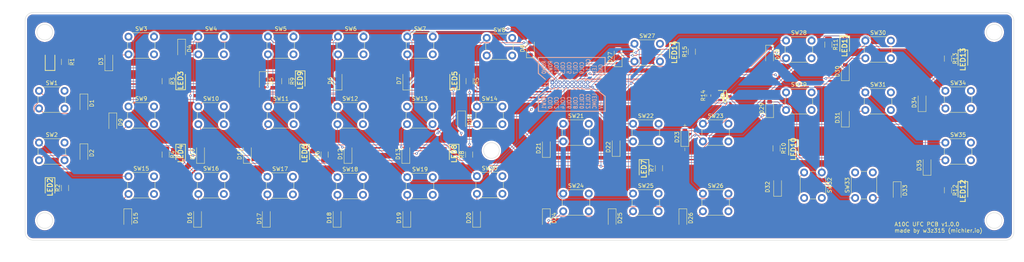
<source format=kicad_pcb>
(kicad_pcb (version 20240108) (generator "pcbnew") (generator_version "8.0")
  (layers (0 "F.Cu" signal "Front") (31 "B.Cu" signal "Back") (34 "B.Paste" user) (35 "F.Paste" user) (36 "B.SilkS" user "B.Silkscreen") (37 "F.SilkS" user "F.Silkscreen") (38 "B.Mask" user) (39 "F.Mask" user) (44 "Edge.Cuts" user))
  (net 0 "")
  (net 1 "Net-(D1-A)")
  (net 2 "Net-(D2-A)")
  (net 3 "Net-(D3-A)")
  (net 4 "Net-(D4-A)")
  (net 5 "Net-(D5-A)")
  (net 6 "Net-(D6-A)")
  (net 7 "Net-(D7-A)")
  (net 8 "Net-(D8-A)")
  (net 9 "Net-(D9-A)")
  (net 10 "Net-(D10-A)")
  (net 11 "Net-(D11-A)")
  (net 12 "Net-(D12-A)")
  (net 13 "Net-(D13-A)")
  (net 14 "Net-(D14-A)")
  (net 15 "Net-(D15-A)")
  (net 16 "Net-(D16-A)")
  (net 17 "Net-(D17-A)")
  (net 18 "Net-(D18-A)")
  (net 19 "Net-(D19-A)")
  (net 20 "Net-(D20-A)")
  (net 21 "Net-(D21-A)")
  (net 22 "Net-(D22-A)")
  (net 23 "Net-(D23-A)")
  (net 24 "Net-(D24-A)")
  (net 25 "Net-(D25-A)")
  (net 26 "Net-(D26-A)")
  (net 27 "Net-(D27-A)")
  (net 28 "Net-(D28-A)")
  (net 29 "Net-(D29-A)")
  (net 30 "Net-(D30-A)")
  (net 31 "Net-(D31-A)")
  (net 32 "Net-(D32-A)")
  (net 33 "Net-(D33-A)")
  (net 34 "Net-(D34-A)")
  (net 35 "Net-(D35-A)")
  (net 36 "Net-(LED14-A)")
  (net 37 "GND")
  (net 38 "Net-(LED1-A)")
  (net 39 "ROW0")
  (net 40 "ROW1")
  (net 41 "ROW2")
  (net 42 "COL0")
  (net 43 "COL1")
  (net 44 "COL2")
  (net 45 "COL3")
  (net 46 "COL4")
  (net 47 "COL5")
  (net 48 "COL6")
  (net 49 "COL7")
  (net 50 "COL8")
  (net 51 "COL9")
  (net 52 "COL10")
  (net 53 "COL11")
  (net 54 "COL12")
  (net 55 "Net-(LED2-A)")
  (net 56 "Net-(LED3-A)")
  (net 57 "Net-(LED4-A)")
  (net 58 "Net-(LED5-A)")
  (net 59 "Net-(LED6-A)")
  (net 60 "Net-(LED7-A)")
  (net 61 "Net-(LED8-A)")
  (net 62 "Net-(LED9-A)")
  (net 63 "Net-(LED10-A)")
  (net 64 "Net-(LED11-A)")
  (net 65 "Net-(LED12-A)")
  (net 66 "Net-(LED13-A)")
  (net 67 "5V")
  (net 68 "Net-(LED1-K)")
  (net 69 "Net-(Q1-B)")
  (net 70 "LED")
  (net 71 "LED_MC")
  (footprint "Diode_SMD:D_SOD-123" (layer "F.Cu") (at 155.448 72.181 -90)
    (property "Reference" "D24")
    (property "Value" "D_Small")
  )
  (footprint "Custom_Footprint_Switches:SW_PUSH_6mm_H4.3mm_INT_CONNECTED" (layer "F.Cu") (at 159.75 48.15)
    (property "Reference" "SW21")
    (property "Value" "SW_Push_45deg")
  )
  (footprint "Resistor_SMD:R_1206_3216Metric" (layer "F.Cu") (at 58.42 37.28 -90)
    (property "Reference" "R3")
    (property "Value" "270")
  )
  (footprint "Diode_SMD:D_SOD-123" (layer "F.Cu") (at 79.248 55.88 90)
    (property "Reference" "D11")
    (property "Value" "D_Small")
  )
  (footprint "Diode_SMD:D_SOD-123" (layer "F.Cu") (at 133.858 47.244 -90)
    (property "Reference" "D14")
    (property "Value" "D_Small")
  )
  (footprint "Custom_Footprint_Switches:SW_PUSH_6mm_H4.3mm_INT_CONNECTED" (layer "F.Cu") (at 120 61.75)
    (property "Reference" "SW19")
    (property "Value" "SW_Push_45deg")
  )
  (footprint "MOUSER:LEDC3216X120N" (layer "F.Cu") (at 28.956 32.153 90)
    (property "Reference" "LED1" (hide yes))
    (property "Value" "HSMG-C150" (hide yes))
  )
  (footprint "Custom_Footprint_Switches:SW_PUSH_6mm_H4.3mm_INT_CONNECTED" (layer "F.Cu") (at 195.35 48.15)
    (property "Reference" "SW23")
    (property "Value" "SW_Push_45deg")
  )
  (footprint "Diode_SMD:D_SOD-123" (layer "F.Cu") (at 62.484 28.956 -90)
    (property "Reference" "D4")
    (property "Value" "D_Small")
  )
  (footprint "Custom_Footprint_Switches:SW_PUSH_6mm_H4.3mm_INT_CONNECTED" (layer "F.Cu") (at 26.15 39.75)
    (property "Reference" "SW1")
    (property "Value" "SW_Push_45deg")
  )
  (footprint "Custom_Footprint_Switches:SW_PUSH_6mm_H4.3mm_INT_CONNECTED" (layer "F.Cu") (at 102.21 61.75)
    (property "Reference" "SW18")
    (property "Value" "SW_Push_45deg")
  )
  (footprint "Resistor_SMD:R_1206_3216Metric" (layer "F.Cu") (at 257.81 65.08 -90)
    (property "Reference" "R12")
    (property "Value" "270")
  )
  (footprint "Custom_Footprint_Switches:SW_PUSH_6mm_H4.3mm_INT_CONNECTED" (layer "F.Cu") (at 177.55 48.15)
    (property "Reference" "SW22")
    (property "Value" "SW_Push_45deg")
  )
  (footprint "Diode_SMD:D_SOD-123" (layer "F.Cu") (at 83.312 37.21 -90)
    (property "Reference" "D5")
    (property "Value" "D_Small")
  )
  (footprint "Diode_SMD:D_SOD-123" (layer "F.Cu") (at 231.648 46.608 90)
    (property "Reference" "D31")
    (property "Value" "D_Small")
  )
  (footprint "Diode_SMD:D_SOD-123" (layer "F.Cu") (at 190.754 51.562 90)
    (property "Reference" "D23")
    (property "Value" "D_Small")
  )
  (footprint "Diode_SMD:D_SOD-123" (layer "F.Cu") (at 119.888 72.136 90)
    (property "Reference" "D19")
    (property "Value" "D_Small")
  )
  (footprint "Diode_SMD:D_SOD-123" (layer "F.Cu") (at 67.31 55.88 90)
    (property "Reference" "D10")
    (property "Value" "D_Small")
  )
  (footprint "Diode_SMD:D_SOD-123" (layer "F.Cu") (at 212.344 30.48 -90)
    (property "Reference" "D28")
    (property "Value" "D_Small")
  )
  (footprint "Custom_Footprint_Switches:SW_PUSH_6mm_H4.3mm_INT_CONNECTED" (layer "F.Cu") (at 48.95 25.95)
    (property "Reference" "SW3")
    (property "Value" "SW_Push_45deg")
  )
  (footprint "MOUSER:LEDC3216X120N" (layer "F.Cu") (at 62.23 55.775 -90)
    (property "Reference" "LED4")
    (property "Value" "HSMG-C150" (hide yes))
  )
  (footprint "MOUSER:LEDC3216X120N" (layer "F.Cu") (at 28.956 64.296 -90)
    (property "Reference" "LED2")
    (property "Value" "HSMG-C150" (hide yes))
  )
  (footprint "Diode_SMD:D_SOD-123" (layer "F.Cu") (at 48.768 72.181 -90)
    (property "Reference" "D15")
    (property "Value" "D_Small")
  )
  (footprint "Custom_Footprint_Switches:SW_PUSH_6mm_H4.3mm_INT_CONNECTED" (layer "F.Cu") (at 66.75 43.75)
    (property "Reference" "SW10")
    (property "Value" "SW_Push_45deg")
  )
  (footprint "Custom_Footprint_Switches:SW_PUSH_6mm_H4.3mm_INT_CONNECTED" (layer "F.Cu") (at 177.904 27.758)
    (property "Reference" "SW27")
    (property "Value" "SW_Push_45deg")
  )
  (footprint "Resistor_SMD:R_1206_3216Metric" (layer "F.Cu") (at 192.532 29.7795 90)
    (property "Reference" "R15")
    (property "Value" "300")
  )
  (footprint "Custom_Footprint_Switches:SW_PUSH_6mm_H4.3mm_INT_CONNECTED" (layer "F.Cu") (at 159.75 65.95)
    (property "Reference" "SW24")
    (property "Value" "SW_Push_45deg")
  )
  (footprint "Custom_Footprint_Switches:SW_PUSH_6mm_H4.3mm_INT_CONNECTED" (layer "F.Cu") (at 48.95 61.55)
    (property "Reference" "SW15")
    (property "Value" "SW_Push_45deg")
  )
  (footprint "Custom_Footprint_Switches:SW_PUSH_6mm_H4.3mm_INT_CONNECTED" (layer "F.Cu") (at 66.75 61.55)
    (property "Reference" "SW16")
    (property "Value" "SW_Push_45deg")
  )
  (footprint "Custom_Footprint_Switches:SW_PUSH_6mm_H4.3mm_INT_CONNECTED" (layer "F.Cu") (at 236.75 26.95)
    (property "Reference" "SW30")
    (property "Value" "SW_Push_45deg")
  )
  (footprint "Diode_SMD:D_SOD-123" (layer "F.Cu") (at 137.668 72.136 90)
    (property "Reference" "D20")
    (property "Value" "D_Small")
  )
  (footprint "Diode_SMD:D_SOD-123" (layer "F.Cu") (at 119.888 37.165 90)
    (property "Reference" "D7")
    (property "Value" "D_Small")
  )
  (footprint "MOUSER:LEDC3216X120N" (layer "F.Cu") (at 261.62 65.3 -90)
    (property "Reference" "LED12")
    (property "Value" "HSMG-C150" (hide yes))
  )
  (footprint "Diode_SMD:D_SOD-123" (layer "F.Cu") (at 102.108 72.136 90)
    (property "Reference" "D18")
    (property "Value" "D_Small")
  )
  (footprint "Diode_SMD:D_SOD-123" (layer "F.Cu") (at 252.476 58.928 90)
    (property "Reference" "D35")
    (property "Value" "D_Small")
  )
  (footprint "Resistor_SMD:R_1206_3216Metric" (layer "F.Cu") (at 58.42 55.995 -90)
    (property "Reference" "R4")
    (property "Value" "270")
  )
  (footprint "Diode_SMD:D_SOD-123" (layer "F.Cu") (at 244.856 65.278 -90)
    (property "Reference" "D33")
    (property "Value" "D_Small")
  )
  (footprint "Custom_Footprint_Switches:SW_PUSH_6mm_H4.3mm_INT_CONNECTED" (layer "F.Cu") (at 84.55 43.75)
    (property "Reference" "SW11")
    (property "Value" "SW_Push_45deg")
  )
  (footprint "Custom_Footprint_Switches:SW_PUSH_6mm_H4.3mm_INT_CONNECTED" (layer "F.Cu") (at 120 25.95)
    (property "Reference" "SW7")
    (property "Value" "SW_Push_45deg")
  )
  (footprint "Diode_SMD:D_SOD-123" (layer "F.Cu") (at 190.246 72.181 -90)
    (property "Reference" "D26")
    (property "Value" "D_Small")
  )
  (footprint "Diode_SMD:D_SOD-123" (layer "F.Cu") (at 173.736 31.242 90)
    (property "Reference" "D27")
    (property "Value" "D_Small")
  )
  (footprint "Diode_SMD:D_SOD-123" (layer "F.Cu") (at 37.592 55.626 -90)
    (property "Reference" "D2")
    (property "Value" "D_Small")
  )
  (footprint "MOUSER:SOT96P237X111-3N" (layer "F.Cu") (at 200.984 41.148)
    (property "Reference" "Q1")
    (property "Value" "BC817-25LT1G" (hide yes))
  )
  (footprint "Custom_Footprint_Switches:SW_PUSH_6mm_H4.3mm_INT_CONNECTED" (layer "F.Cu") (at 177.55 65.95)
    (property "Reference" "SW25")
    (property "Value" "SW_Push_45deg")
  )
  (footprint "Custom_Footprint_Switches:SW_PUSH_6mm_H4.3mm_INT_CONNECTED" (layer "F.Cu") (at 48.95 43.75)
    (property "Reference" "SW9")
    (property "Value" "SW_Push_45deg")
  )
  (footprint "Diode_SMD:D_SOD-123" (layer "F.Cu") (at 212.344 44.196 90)
    (property "Reference" "D29")
    (property "Value" "D_Small")
  )
  (footprint "MOUSER:LEDC3216X120N" (layer "F.Cu") (at 188.087 29.9065 -90)
    (property "Reference" "LED14")
    (property "Value" "HSMY-C150" (hide yes))
  )
  (footprint "Custom_Footprint_Switches:SW_PUSH_6mm_H4.3mm_INT_CONNECTED" (layer "F.Cu") (at 119.95 43.75)
    (property "Reference" "SW13")
    (property "Value" "SW_Push_45deg")
  )
  (footprint "Resistor_SMD:R_1206_3216Metric" (layer "F.Cu") (at 214.122 54.4175 -90)
    (property "Reference" "R10")
    (property "Value" "270")
  )
  (footprint "Custom_Footprint_Switches:SW_PUSH_6mm_H4.3mm_INT_CONNECTED" (layer "F.Cu") (at 66.75 25.95)
    (property "Reference" "SW4")
    (property "Value" "SW_Push_45deg")
  )
  (footprint "Custom_Footprint_Switches:SW_PUSH_6mm_H4.3mm_INT_CONNECTED" (layer "F.Cu") (at 216.55 26.95)
    (property "Reference" "SW28")
    (property "Value" "SW_Push_45deg")
  )
  (footprint "Diode_SMD:D_SOD-123" (layer "F.Cu") (at 102.362 37.165 90)
    (property "Reference" "D6")
    (property "Value" "D_Small")
  )
  (footprint "Resistor_SMD:R_1206_3216Metric" (layer "F.Cu") (at 184.15 59.47 90)
    (property "Reference" "R7")
    (property "Value" "270")
  )
  (footprint "Custom_Footprint_Switches:SW_PUSH_6mm_H4.3mm_INT_CONNECTED" (layer "F.Cu") (at 195.35 65.95)
    (property "Reference" "SW26")
    (property "Value" "SW_Push_45deg")
  )
  (footprint "MOUSER:LEDC3216X120N" (layer "F.Cu") (at 132.08 37.06 90)
    (property "Reference" "LED5")
    (property "Value" "HSMG-C150" (hide yes))
  )
  (footprint "Diode_SMD:D_SOD-123" (layer "F.Cu") (at 214.376 64.262 90)
    (property "Reference" "D32")
    (property "Value" "D_Small")
  )
  (footprint "Diode_SMD:D_SOD-123" (layer "F.Cu") (at 43.942 32.258 90)
    (property "Reference" "D3")
    (property "Value" "D_Small")
  )
  (footprint "Custom_Footprint_Switches:SW_PUSH_6mm_H4.3mm_INT_CONNECTED" (layer "F.Cu") (at 257.15 52.95)
    (property "Reference" "SW35")
    (property "Value" "SW_Push_45deg")
  )
  (footprint "Diode_SMD:D_SOD-123" (layer "F.Cu") (at 84.074 72.136 90)
    (property "Reference" "D17")
    (property "Value" "D_Small")
  )
  (footprint "Diode_SMD:D_SOD-123" (layer "F.Cu") (at 231.648 34.798 90)
    (property "Reference" "D30")
    (property "Value" "D_Small")
  )
  (footprint "Resistor_SMD:R_1206_3216Metric" (layer "F.Cu") (at 227.33 27.9775 -90)
    (property "Reference" "R11")
    (property "Value" "270")
  )
  (footprint "Diode_SMD:D_SOD-123" (layer "F.Cu") (at 173.228 54.102 90)
    (property "Reference" "D22")
    (property "Value" "D_Small")
  )
  (footprint "MOUSER:LEDC3216X120N" (layer "F.Cu") (at 131.95 55.775 -90)
    (property "Reference" "LED8")
    (property "Value" "HSMG-C150" (hide yes))
  )
  (footprint "Custom_Footprint_Switches:SW_PUSH_6mm_H4.3mm_INT_CONNECTED" (layer "F.Cu") (at 257.15 39.75)
    (property "Reference" "SW34")
    (property "Value" "SW_Push_45deg")
  )
  (footprint "Custom_Footprint_Switches:SW_PUSH_6mm_H4.3mm_INT_CONNECTED" (layer "F.Cu") (at 102.35 25.95)
    (property "Reference" "SW6")
    (property "Value" "SW_Push_45deg")
  )
  (footprint "Diode_SMD:D_SOD-123" (layer "F.Cu") (at 37.592 42.926 -90)
    (property "Reference" "D1")
    (property "Value" "D_Small")
  )
  (footprint "MOUSER:LEDC3216X120N" (layer "F.Cu") (at 261.62 31.75 -90)
    (property "Reference" "LED13")
    (property "Value" "HSMG-C150" (hide yes))
  )
  (footprint "Custom_Footprint_Switches:SW_PUSH_6mm_H4.3mm_INT_CONNECTED" (layer "F.Cu") (at 216.55 40.15)
    (property "Reference" "SW29")
    (property "Value" "SW_Push_45deg")
  )
  (footprint "MOUSER:LEDC3216X120N" (layer "F.Cu") (at 92.71 37.06 -90)
    (property "Reference" "LED9")
    (property "Value" "HSMG-C150" (hide yes))
  )
  (footprint "Diode_SMD:D_SOD-123" (layer "F.Cu") (at 251.206 42.672 90)
    (property "Reference" "D34")
    (property "Value" "D_Small")
  )
  (footprint "MOUSER:LEDC3216X120N" (layer "F.Cu") (at 62.23 37.06 90)
    (property "Reference" "LED3")
    (property "Value" "HSMG-C150" (hide yes))
  )
  (footprint "Custom_Footprint_Switches:SW_PUSH_6mm_H4.3mm_INT_CONNECTED" (layer "F.Cu") (at 140.25 26.25)
    (property "Reference" "SW8")
    (property "Value" "SW_Push_45deg")
  )
  (footprint "Diode_SMD:D_SOD-123" (layer "F.Cu") (at 66.548 72.136 90)
    (property "Reference" "D16")
    (property "Value" "D_Small")
  )
  (footprint "Resistor_SMD:R_1206_3216Metric" (layer "F.Cu") (at 135.89 37.28 -90)
    (property "Reference" "R5")
    (property "Value" "270")
  )
  (footprint "Custom_Footprint_Switches:SW_PUSH_6mm_H4.3mm_INT_CONNECTED" (layer "F.Cu") (at 102.21 43.75)
    (property "Reference" "SW12")
    (property "Value" "SW_Push_45deg")
  )
  (footprint "Resistor_SMD:R_1206_3216Metric" (layer "F.Cu") (at 88.9 37.28 -90)
    (property "Reference" "R9")
    (property "Value" "270")
  )
  (footprint "Custom_Footprint_Switches:SW_PUSH_6mm_H4.3mm_INT_CONNECTED" (layer "F.Cu") (at 236.75 40.15)
    (property "Reference" "SW31")
    (property "Value" "SW_Push_45deg")
  )
  (footprint "Custom_Footprint_Switches:SW_PUSH_6mm_H4.3mm_INT_CONNECTED" (layer "F.Cu") (at 26.15 52.95)
    (property "Reference" "SW2")
    (property "Value" "SW_Push_45deg")
  )
  (footprint "Diode_SMD:D_SOD-123" (layer "F.Cu") (at 155.448 54.356 90)
    (property "Reference" "D21")
    (property "Value" "D_Small")
  )
  (footprint "Custom_Footprint_Switches:SW_PUSH_6mm_H4.3mm_INT_CONNECTED" (layer "F.Cu") (at 137.75 43.75)
    (property "Reference" "SW14")
    (property "Value" "SW_Push_45deg")
  )
  (footprint "Resistor_SMD:R_0603_1608Metric" (layer "F.Cu") (at 196.85 40.957 90)
    (property "Reference" "R14")
    (property "Value" "3300")
  )
  (footprint "Resistor_SMD:R_1206_3216Metric" (layer "F.Cu") (at 32.766 64.516 90)
    (property "Reference" "R2")
    (property "Value" "270")
  )
  (footprint "Custom_Footprint_Switches:SW_PUSH_6mm_H4.3mm_INT_CONNECTED" (layer "F.Cu") (at 84.5 25.95)
    (property "Reference" "SW5")
    (property "Value" "SW_Push_45deg")
  )
  (footprint "MOUSER:LEDC3216X120N" (layer "F.Cu") (at 180.34 59.69 -90)
    (property "Reference" "LED7")
    (property "Value" "HSMG-C150" (hide yes))
  )
  (footprint "Diode_SMD:D_SOD-123" (layer "F.Cu") (at 172.212 72.181 -90)
    (property "Reference" "D25")
    (property "Value" "D_Small")
  )
  (footprint "Custom_Footprint_Switches:SW_PUSH_6mm_H4.3mm_INT_CONNECTED" (layer "F.Cu") (at 225.65 60.55 -90)
    (property "Reference" "SW32")
    (property "Value" "SW_Push_45deg")
  )
  (footprint "MOUSER:LEDC3216X120N" (layer "F.Cu") (at 218.44 54.61 -90)
    (property "Reference" "LED10")
    (property "Value" "HSMG-C150" (hide yes))
  )
  (footprint "Custom_Footprint_Switches:SW_PUSH_6mm_H4.3mm_INT_CONNECTED" (layer "F.Cu") (at 137.75 61.5)
    (property "Reference" "SW20")
    (property "Value" "SW_Push_45deg")
  )
  (footprint "MOUSER:LEDC3216X120N" (layer "F.Cu") (at 231.473 28.17 -90)
    (property "Reference" "LED11")
    (property "Value" "HSMG-C150" (hide yes))
  )
  (footprint "Resistor_SMD:R_1206_3216Metric" (layer "F.Cu") (at 257.81 31.53 -90)
    (property "Reference" "R13")
    (property "Value" "270")
  )
  (footprint "Diode_SMD:D_SOD-123" (layer "F.Cu") (at 44.958 47.752 -90)
    (property "Reference" "D9")
    (property "Value" "D_Small")
  )
  (footprint "MOUSER:LEDC3216X120N" (layer "F.Cu") (at 93.85 55.775 -90)
    (property "Reference" "LED6")
    (property "Value" "HSMG-C150" (hide yes))
  )
  (footprint "Diode_SMD:D_SOD-123" (layer "F.Cu") (at 151.384 28.956 90)
    (property "Reference" "D8")
    (property "Value" "D_Small")
  )
  (footprint "Diode_SMD:D_SOD-123" (layer "F.Cu") (at 104.902 55.88 90)
    (property "Reference" "D12")
    (property "Value" "D_Small")
  )
  (footprint "Custom_Footprint_Switches:SW_PUSH_6mm_H4.3mm_INT_CONNECTED" (layer "F.Cu") (at 234.15 67.05 90)
    (property "Reference" "SW33")
    (property "Value" "SW_Push_45deg")
  )
  (footprint "Diode_SMD:D_SOD-123" (layer "F.Cu") (at 119.634 55.88 90)
    (property "Reference" "D13")
    (property "Value" "D_Small")
  )
  (footprint "Custom_Footprint_Switches:SW_PUSH_6mm_H4.3mm_INT_CONNECTED" (layer "F.Cu") (at 84.35 61.65)
    (property "Reference" "SW17")
    (property "Value" "SW_Push_45deg")
  )
  (footprint "Resistor_SMD:R_1206_3216Metric" (layer "F.Cu") (at 32.766 32.373 -90)
    (property "Reference" "R1")
    (property "Value" "270")
  )
  (footprint "Resistor_SMD:R_1206_3216Metric" (layer "F.Cu") (at 98.93 55.995 90)
    (property "Reference" "R6")
    (property "Value" "270")
  )
  (footprint "Resistor_SMD:R_1206_3216Metric" (layer "F.Cu") (at 135.76 55.995 90)
    (property "Reference" "R8")
    (property "Value" "270")
  )
  (footprint "Connector_PinHeader_1.00mm:PinHeader_2x10_P1.00mm_Vertical" (layer "B.Cu") (at 156.972 37.592 -90)
    (property "Reference" "J1")
    (property "Value" "Conn_01x20_Socket")
  )
  (gr_line (start 170.434 31.242) (end 170.434 35.306) (stroke (width 0.254)) (layer "B.SilkS"))
  (gr_line (start 153.416 41.148) (end 153.416 44.958) (stroke (width 0.254)) (layer "B.SilkS"))
  (gr_line (start 153.416 31.242) (end 170.434 31.242) (stroke (width 0.254)) (layer "B.SilkS"))
  (gr_line (start 170.434 41.148) (end 168.148 39.37) (stroke (width 0.254)) (layer "B.SilkS"))
  (gr_line (start 153.416 35.306) (end 155.194 36.83) (stroke (width 0.254)) (layer "B.SilkS"))
  (gr_line (start 170.434 35.306) (end 167.894 36.83) (stroke (width 0.254)) (layer "B.SilkS"))
  (gr_line (start 170.434 44.958) (end 170.434 41.148) (stroke (width 0.254)) (layer "B.SilkS"))
  (gr_line (start 153.416 35.306) (end 153.416 31.242) (stroke (width 0.254)) (layer "B.SilkS"))
  (gr_line (start 153.416 44.958) (end 170.434 44.958) (stroke (width 0.254)) (layer "B.SilkS"))
  (gr_line (start 153.416 41.148) (end 155.194 39.878) (stroke (width 0.254)) (layer "B.SilkS"))
  (gr_circle (center 269.6 72.8) (end 268 71.6) (stroke (width 0.1)) (fill none) (layer "Edge.Cuts"))
  (gr_circle (center 27.6 24.8) (end 26 23.6) (stroke (width 0.1)) (fill none) (layer "Edge.Cuts"))
  (gr_arc (start 22.6 21.8) (mid 23.185786 20.385786) (end 24.6 19.8) (stroke (width 0.1)) (layer "Edge.Cuts"))
  (gr_circle (center 141.45 54.95) (end 139.85 53.75) (stroke (width 0.1)) (fill none) (layer "Edge.Cuts"))
  (gr_line (start 22.6 21.8) (end 22.6 75.799999) (stroke (width 0.1)) (layer "Edge.Cuts"))
  (gr_arc (start 272.6 19.8) (mid 274.014214 20.385786) (end 274.6 21.8) (stroke (width 0.1)) (layer "Edge.Cuts"))
  (gr_line (start 272.6 19.8) (end 24.6 19.8) (stroke (width 0.1)) (layer "Edge.Cuts"))
  (gr_arc (start 274.6 75.8) (mid 274.014214 77.214214) (end 272.6 77.8) (stroke (width 0.1)) (layer "Edge.Cuts"))
  (gr_line (start 24.6 77.799999) (end 272.6 77.8) (stroke (width 0.1)) (layer "Edge.Cuts"))
  (gr_line (start 274.6 75.8) (end 274.6 21.8) (stroke (width 0.1)) (layer "Edge.Cuts"))
  (gr_circle (center 27.6 72.8) (end 26 71.6) (stroke (width 0.1)) (fill none) (layer "Edge.Cuts"))
  (gr_circle (center 269.6 24.8) (end 268 23.6) (stroke (width 0.1)) (fill none) (layer "Edge.Cuts"))
  (gr_arc (start 24.6 77.799999) (mid 23.185787 77.214213) (end 22.6 75.799999) (stroke (width 0.1)) (layer "Edge.Cuts"))
  (gr_text "ROW1\nCOL0\nCOL2\nCOL4\nCOL6\nCOL8\nCOL10\nCOL12\nLEDMC\n5V" (at 169.926 44.45 90) (layer "B.SilkS") (effects (font (size 1 0.8128) (thickness 0.1524) (bold yes)) (justify right bottom mirror)))
  (gr_text "ROW0\nROW2\nCOL1\nCOL3\nCOL5\nCOL7\nCOL9\nCOL11\nLED\nGND" (at 169.926 35.56 90) (layer "B.SilkS") (effects (font (size 1 0.8128) (thickness 0.1524) (bold yes)) (justify right bottom mirror)))
  (gr_text "A10C UFC PCB v1.0.0\nmade by w3z315 (michler.io)" (at 244.094 75.946 0) (layer "F.SilkS") (effects (font (size 1 1)) (justify left bottom)))
  (segment (start 37.592 44.576) (end 36.6964 45.4716) (width 0.127) (layer "F.Cu") (net 1))
  (segment (start 27.3716 45.4716) (end 26.15 44.25) (width 0.127) (layer "F.Cu") (net 1))
  (segment (start 36.6964 45.4716) (end 27.3716 45.4716) (width 0.127) (layer "F.Cu") (net 1))
  (segment (start 37.592 57.276) (end 36.554 56.238) (width 0.127) (layer "F.Cu") (net 2))
  (segment (start 36.554 56.238) (end 27.362 56.238) (width 0.127) (layer "F.Cu") (net 2))
  (segment (start 27.362 56.238) (end 26.15 57.45) (width 0.127) (layer "F.Cu") (net 2))
  (segment (start 43.942 30.608) (end 48.792 30.608) (width 0.127) (layer "F.Cu") (net 3))
  (segment (start 48.792 30.608) (end 48.95 30.45) (width 0.127) (layer "F.Cu") (net 3))
  (segment (start 62.484 30.606) (end 66.594 30.606) (width 0.127) (layer "F.Cu") (net 4))
  (segment (start 66.594 30.606) (end 66.75 30.45) (width 0.127) (layer "F.Cu") (net 4))
  (segment (start 83.312 38.86) (end 84.2425 38.86) (width 0.127) (layer "F.Cu") (net 5))
  (segment (start 84.2425 38.86) (end 84.3607 38.7418) (width 0.127) (layer "F.Cu") (net 5))
  (via (at 84.3607 38.7418) (size 0.6) (drill 0.3) (layers "F.Cu" "B.Cu") (net 5))
  (segment (start 84.3623 38.7418) (end 84.3607 38.7418) (width 0.127) (layer "B.Cu") (net 5))
  (segment (start 84.5 38.6041) (end 84.3623 38.7418) (width 0.127) (layer "B.Cu") (net 5))
  (segment (start 84.5 30.45) (end 84.5 38.6041) (width 0.127) (layer "B.Cu") (net 5))
  (segment (start 102.362 35.515) (end 102.35 35.503) (width 0.127) (layer "F.Cu") (net 6))
  (segment (start 102.35 35.503) (end 102.35 30.45) (width 0.127) (layer "F.Cu") (net 6))
  (segment (start 120 35.403) (end 120 30.45) (width 0.127) (layer "F.Cu") (net 7))
  (segment (start 119.888 35.515) (end 120 35.403) (width 0.127) (layer "F.Cu") (net 7))
  (segment (start 151.384 27.306) (end 150.19 28.5) (width 0.127) (layer "F.Cu") (net 8))
  (segment (start 142.5 28.5) (end 140.25 30.75) (width 0.127) (layer "F.Cu") (net 8))
  (segment (start 150.19 28.5) (end 142.5 28.5) (width 0.127) (layer "F.Cu") (net 8))
  (segment (start 44.958 49.402) (end 47.798 49.402) (width 0.127) (layer "F.Cu") (net 9))
  (segment (start 47.798 49.402) (end 48.95 48.25) (width 0.127) (layer "F.Cu") (net 9))
  (segment (start 67.31 48.81) (end 66.75 48.25) (width 0.127) (layer "F.Cu") (net 10))
  (segment (start 67.31 54.23) (end 67.31 48.81) (width 0.127) (layer "F.Cu") (net 10))
  (segment (start 84.55 48.928) (end 84.55 48.25) (width 0.127) (layer "F.Cu") (net 11))
  (segment (start 79.248 54.23) (end 84.55 48.928) (width 0.127) (layer "F.Cu") (net 11))
  (segment (start 104.902 54.23) (end 103.5774 54.23) (width 0.127) (layer "F.Cu") (net 12))
  (segment (start 103.5774 54.23) (end 103.4564 54.109) (width 0.127) (layer "F.Cu") (net 12))
  (via (at 103.4564 54.109) (size 0.6) (drill 0.3) (layers "F.Cu" "B.Cu") (net 12))
  (segment (start 103.4564 54.109) (end 102.21 52.8626) (width 0.127) (layer "B.Cu") (net 12))
  (segment (start 102.21 52.8626) (end 102.21 48.25) (width 0.127) (layer "B.Cu") (net 12))
  (segment (start 118.603 54.23) (end 118.4468 54.0738) (width 0.127) (layer "F.Cu") (net 13))
  (segment (start 119.634 54.23) (end 118.603 54.23) (width 0.127) (layer "F.Cu") (net 13))
  (via (at 118.4468 54.0738) (size 0.6) (drill 0.3) (layers "F.Cu" "B.Cu") (net 13))
  (segment (start 118.4468 54.0738) (end 118.4468 49.7532) (width 0.127) (layer "B.Cu") (net 13))
  (segment (start 118.4468 49.7532) (end 119.95 48.25) (width 0.127) (layer "B.Cu") (net 13))
  (segment (start 137.106 48.894) (end 137.75 48.25) (width 0.127) (layer "F.Cu") (net 14))
  (segment (start 133.858 48.894) (end 137.106 48.894) (width 0.127) (layer "F.Cu") (net 14))
  (segment (start 47.9368 72.9998) (end 47.9368 67.0632) (width 0.127) (layer "F.Cu") (net 15))
  (segment (start 48.768 73.831) (end 47.9368 72.9998) (width 0.127) (layer "F.Cu") (net 15))
  (segment (start 47.9368 67.0632) (end 48.95 66.05) (width 0.127) (layer "F.Cu") (net 15))
  (segment (start 66.75 70.284) (end 66.75 66.05) (width 0.127) (layer "F.Cu") (net 16))
  (segment (start 66.548 70.486) (end 66.75 70.284) (width 0.127) (layer "F.Cu") (net 16))
  (segment (start 84.074 70.486) (end 84.35 70.21) (width 0.127) (layer "F.Cu") (net 17))
  (segment (start 84.35 70.21) (end 84.35 66.15) (width 0.127) (layer "F.Cu") (net 17))
  (segment (start 102.21 70.384) (end 102.21 66.25) (width 0.127) (layer "F.Cu") (net 18))
  (segment (start 102.108 70.486) (end 102.21 70.384) (width 0.127) (layer "F.Cu") (net 18))
  (segment (start 120 70.374) (end 120 66.25) (width 0.127) (layer "F.Cu") (net 19))
  (segment (start 119.888 70.486) (end 120 70.374) (width 0.127) (layer "F.Cu") (net 19))
  (segment (start 137.75 70.404) (end 137.75 66) (width 0.127) (layer "F.Cu") (net 20))
  (segment (start 137.668 70.486) (end 137.75 70.404) (width 0.127) (layer "F.Cu") (net 20))
  (segment (start 155.448 52.706) (end 159.694 52.706) (width 0.127) (layer "F.Cu") (net 21))
  (segment (start 159.694 52.706) (end 159.75 52.65) (width 0.127) (layer "F.Cu") (net 21))
  (segment (start 173.228 52.452) (end 177.352 52.452) (width 0.127) (layer "F.Cu") (net 22))
  (segment (start 177.352 52.452) (end 177.55 52.65) (width 0.127) (layer "F.Cu") (net 22))
  (segment (start 195.35 52.4179) (end 192.8441 49.912) (width 0.127) (layer "F.Cu") (net 23))
  (segment (start 192.8441 49.912) (end 190.754 49.912) (width 0.127) (layer "F.Cu") (net 23))
  (segment (start 195.35 52.65) (end 195.35 52.4179) (width 0.127) (layer "F.Cu") (net 23))
  (segment (start 156.0379 73.2411) (end 156.0379 72.7926) (width 0.127) (layer "F.Cu") (net 24))
  (segment (start 155.448 73.831) (end 156.0379 73.2411) (width 0.127) (layer "F.Cu") (net 24))
  (via (at 156.0379 72.7926) (size 0.6) (drill 0.3) (layers "F.Cu" "B.Cu") (net 24))
  (segment (start 157.4074 72.7926) (end 159.75 70.45) (width 0.127) (layer "B.Cu") (net 24))
  (segment (start 156.0379 72.7926) (end 157.4074 72.7926) (width 0.127) (layer "B.Cu") (net 24))
  (segment (start 172.212 73.831) (end 174.169 73.831) (width 0.127) (layer "F.Cu") (net 25))
  (segment (start 174.169 73.831) (end 177.55 70.45) (width 0.127) (layer "F.Cu") (net 25))
  (segment (start 191.969 73.831) (end 195.35 70.45) (width 0.127) (layer "F.Cu") (net 26))
  (segment (start 190.246 73.831) (end 191.969 73.831) (width 0.127) (layer "F.Cu") (net 26))
  (segment (start 176.402 32.258) (end 177.904 32.258) (width 0.127) (layer "F.Cu") (net 27))
  (segment (start 173.736 29.592) (end 176.402 32.258) (width 0.127) (layer "F.Cu") (net 27))
  (segment (start 212.344 32.13) (end 215.87 32.13) (width 0.127) (layer "F.Cu") (net 28))
  (segment (start 215.87 32.13) (end 216.55 31.45) (width 0.127) (layer "F.Cu") (net 28))
  (segment (start 212.344 42.546) (end 214.446 42.546) (width 0.127) (layer "F.Cu") (net 29))
  (segment (start 214.446 42.546) (end 216.55 44.65) (width 0.127) (layer "F.Cu") (net 29))
  (segment (start 231.648 33.148) (end 233.346 31.45) (width 0.127) (layer "F.Cu") (net 30))
  (segment (start 233.346 31.45) (end 236.75 31.45) (width 0.127) (layer "F.Cu") (net 30))
  (segment (start 236.442 44.958) (end 236.75 44.65) (width 0.127) (layer "F.Cu") (net 31))
  (segment (start 231.648 44.958) (end 236.442 44.958) (width 0.127) (layer "F.Cu") (net 31))
  (segment (start 214.376 62.612) (end 219.088 62.612) (width 0.127) (layer "F.Cu") (net 32))
  (segment (start 219.088 62.612) (end 221.15 60.55) (width 0.127) (layer "F.Cu") (net 32))
  (segment (start 244.856 66.928) (end 238.772 66.928) (width 0.127) (layer "F.Cu") (net 33))
  (segment (start 238.772 66.928) (end 238.65 67.05) (width 0.127) (layer "F.Cu") (net 33))
  (segment (start 251.206 41.022) (end 253.922 41.022) (width 0.127) (layer "F.Cu") (net 34))
  (segment (start 253.922 41.022) (end 257.15 44.25) (width 0.127) (layer "F.Cu") (net 34))
  (segment (start 252.476 57.278) (end 256.978 57.278) (width 0.127) (layer "F.Cu") (net 35))
  (segment (start 256.978 57.278) (end 257.15 57.45) (width 0.127) (layer "F.Cu") (net 35))
  (segment (start 188.087 31.4065) (end 192.3675 31.4065) (width 0.127) (layer "F.Cu") (net 36))
  (segment (start 192.3675 31.4065) (end 192.532 31.242) (width 0.127) (layer "F.Cu") (net 36))
  (segment (start 188.087 29.1489) (end 179.1319 29.1489) (width 0.127) (layer "F.Cu") (net 37))
  (segment (start 165.972 37.592) (end 166.5894 37.592) (width 0.127) (layer "F.Cu") (net 37))
  (segment (start 166.7818 37.3996) (end 166.5894 37.592) (width 0.127) (layer "F.Cu") (net 37))
  (segment (start 199.0916 42.103) (end 198.8005 42.3941) (width 0.127) (layer "F.Cu") (net 37))
  (segment (start 182.2221 42.3941) (end 177.2276 37.3996) (width 0.127) (layer "F.Cu") (net 37))
  (segment (start 177.2276 37.3996) (end 166.7818 37.3996) (width 0.127) (layer "F.Cu") (net 37))
  (segment (start 198.8005 42.3941) (end 182.2221 42.3941) (width 0.127) (layer "F.Cu") (net 37))
  (segment (start 179.1319 29.1489) (end 178.2692 30.0116) (width 0.127) (layer "F.Cu") (net 37))
  (segment (start 188.087 28.4065) (end 188.087 29.1489) (width 0.127) (layer "F.Cu") (net 37))
  (segment (start 199.784 42.103) (end 199.0916 42.103) (width 0.127) (layer "F.Cu") (net 37))
  (via (at 178.2692 30.0116) (size 0.6) (drill 0.3) (layers "F.Cu" "B.Cu") (net 37))
  (segment (start 165.972 37.592) (end 166.5894 37.592) (width 0.127) (layer "B.Cu") (net 37))
  (segment (start 166.5894 37.592) (end 174.1698 30.0116) (width 0.127) (layer "B.Cu") (net 37))
  (segment (start 174.1698 30.0116) (end 178.2692 30.0116) (width 0.127) (layer "B.Cu") (net 37))
  (segment (start 28.956 30.653) (end 32.5085 30.653) (width 0.127) (layer "F.Cu") (net 38))
  (segment (start 32.5085 30.653) (end 32.766 30.9105) (width 0.127) (layer "F.Cu") (net 38))
  (segment (start 32.8699 36.5539) (end 30.1449 36.5539) (width 0.127) (layer "F.Cu") (net 39))
  (segment (start 149.2055 32.7845) (end 151.384 30.606) (width 0.127) (layer "F.Cu") (net 39))
  (segment (start 102.362 38.815) (end 119.888 38.815) (width 0.127) (layer "F.Cu") (net 39))
  (segment (start 75.058 27.306) (end 83.312 35.56) (width 0.127) (layer "F.Cu") (net 39))
  (segment (start 231.648 36.448) (end 226.8563 36.448) (width 0.127) (layer "F.Cu") (net 39))
  (segment (start 226.8563 36.448) (end 226.6863 36.618) (width 0.127) (layer "F.Cu") (net 39))
  (segment (start 30.1449 36.5539) (end 27.8886 34.2976) (width 0.127) (layer "F.Cu") (net 39))
  (segment (start 214.1532 29.885) (end 213.399 29.885) (width 0.127) (layer "F.Cu") (net 39))
  (segment (start 119.888 38.815) (end 125.9185 32.7845) (width 0.127) (layer "F.Cu") (net 39))
  (segment (start 98.356 34.809) (end 84.063 34.809) (width 0.127) (layer "F.Cu") (net 39))
  (segment (start 173.736 32.892) (end 174.3099 33.4659) (width 0.127) (layer "F.Cu") (net 39))
  (segment (start 62.484 27.306) (end 75.058 27.306) (width 0.127) (layer "F.Cu") (net 39))
  (segment (start 55.882 33.908) (end 43.942 33.908) (width 0.127) (layer "F.Cu") (net 39))
  (segment (start 62.484 27.306) (end 55.882 33.908) (width 0.127) (layer "F.Cu") (net 39))
  (segment (start 174.3099 33.4659) (end 207.7081 33.4659) (width 0.127) (layer "F.Cu") (net 39))
  (segment (start 157.2807 36.9746) (end 157.5167 36.7386) (width 0.127) (layer "F.Cu") (net 39))
  (segment (start 151.384 30.606) (end 157.5167 36.7386) (width 0.127) (layer "F.Cu") (net 39))
  (segment (start 207.7081 33.4659) (end 212.344 28.83) (width 0.127) (layer "F.Cu") (net 39))
  (segment (start 125.9185 32.7845) (end 149.2055 32.7845) (width 0.127) (layer "F.Cu") (net 39))
  (segment (start 37.592 41.276) (end 32.8699 36.5539) (width 0.127) (layer "F.Cu") (net 39))
  (segment (start 42.8112 32.7772) (end 43.942 33.908) (width 0.127) (layer "F.Cu") (net 39))
  (segment (start 102.362 38.815) (end 98.356 34.809) (width 0.127) (layer "F.Cu") (net 39))
  (segment (start 156.972 37.592) (end 156.972 36.9746) (width 0.127) (layer "F.Cu") (net 39))
  (segment (start 27.8886 34.2976) (end 27.8886 32.9727) (width 0.127) (layer "F.Cu") (net 39))
  (segment (start 157.5167 36.7386) (end 161.3633 32.892) (width 0.127) (layer "F.Cu") (net 39))
  (segment (start 27.8886 32.9727) (end 28.0841 32.7772) (width 0.127) (layer "F.Cu") (net 39))
  (segment (start 156.972 36.9746) (end 157.2807 36.9746) (width 0.127) (layer "F.Cu") (net 39))
  (segment (start 84.063 34.809) (end 83.312 35.56) (width 0.127) (layer "F.Cu") (net 39))
  (segment (start 213.399 29.885) (end 212.344 28.83) (width 0.127) (layer "F.Cu") (net 39))
  (segment (start 28.0841 32.7772) (end 42.8112 32.7772) (width 0.127) (layer "F.Cu") (net 39))
  (segment (start 161.3633 32.892) (end 173.736 32.892) (width 0.127) (layer "F.Cu") (net 39))
  (via (at 226.6863 36.618) (size 0.6) (drill 0.3) (layers "F.Cu" "B.Cu") (net 39))
  (via (at 214.1532 29.885) (size 0.6) (drill 0.3) (layers "F.Cu" "B.Cu") (net 39))
  (segment (start 214.1532 30.7633) (end 220.0079 36.618) (width 0.127) (layer "B.Cu") (net 39))
  (segment (start 220.0079 36.618) (end 226.6863 36.618) (width 0.127) (layer "B.Cu") (net 39))
  (segment (start 214.1532 29.885) (end 214.1532 30.7633) (width 0.127) (layer "B.Cu") (net 39))
  (segment (start 134.5585 46.2945) (end 149.8239 46.2945) (width 0.127) (layer "F.Cu") (net 40))
  (segment (start 44.958 46.61) (end 37.592 53.976) (width 0.127) (layer "F.Cu") (net 40))
  (segment (start 30.4901 59.5141) (end 27.8886 62.1156) (width 0.127) (layer "F.Cu") (net 40))
  (segment (start 79.9335 58.2155) (end 79.248 57.53) (width 0.127) (layer "F.Cu") (net 40))
  (segment (start 104.2165 58.2155) (end 79.9335 58.2155) (width 0.127) (layer "F.Cu") (net 40))
  (segment (start 133.858 45.594) (end 134.5585 46.2945) (width 0.127) (layer "F.Cu") (net 40))
  (segment (start 132.7181 45.594) (end 127.8285 50.4836) (width 0.127) (layer "F.Cu") (net 40))
  (segment (start 149.8239 46.2945) (end 149.8239 50.1279) (width 0.127) (layer "F.Cu") (net 40))
  (segment (start 38.3853 54.7693) (end 38.3853 57.6872) (width 0.127) (layer "F.Cu") (net 40))
  (segment (start 155.448 55.752) (end 173.228 55.752) (width 0.127) (layer "F.Cu") (net 40))
  (segment (start 155.448 55.752) (end 155.448 56.006) (width 0.127) (layer "F.Cu") (net 40))
  (segment (start 173.228 55.752) (end 188.214 55.752) (width 0.127) (layer "F.Cu") (net 40))
  (segment (start 190.754 53.212) (end 192.9064 51.0596) (width 0.127) (layer "F.Cu") (net 40))
  (segment (start 67.31 57.53) (end 79.248 57.53) (width 0.127) (layer "F.Cu") (net 40))
  (segment (start 188.214 55.752) (end 190.754 53.212) (width 0.127) (layer "F.Cu") (net 40))
  (segment (start 119.634 57.53) (end 121.4242 55.7398) (width 0.127) (layer "F.Cu") (net 40))
  (segment (start 37.592 53.976) (end 38.3853 54.7693) (width 0.127) (layer "F.Cu") (net 40))
  (segment (start 38.3853 57.6872) (end 36.5584 59.5141) (width 0.127) (layer "F.Cu") (net 40))
  (segment (start 212.1647 46.0253) (end 212.344 45.846) (width 0.127) (layer "F.Cu") (net 40))
  (segment (start 149.8239 50.1279) (end 155.448 55.752) (width 0.127) (layer "F.Cu") (net 40))
  (segment (start 214.756 48.258) (end 212.344 45.846) (width 0.127) (layer "F.Cu") (net 40))
  (segment (start 133.858 45.594) (end 132.7181 45.594) (width 0.127) (layer "F.Cu") (net 40))
  (segment (start 210.5872 46.0253) (end 212.1647 46.0253) (width 0.127) (layer "F.Cu") (net 40))
  (segment (start 44.958 46.102) (end 44.958 46.61) (width 0.127) (layer "F.Cu") (net 40))
  (segment (start 27.8886 62.1156) (end 27.8886 63.4553) (width 0.127) (layer "F.Cu") (net 40))
  (segment (start 61.0176 63.8224) (end 67.31 57.53) (width 0.127) (layer "F.Cu") (net 40))
  (segment (start 192.9064 51.0596) (end 193.2953 51.0596) (width 0.127) (layer "F.Cu") (net 40))
  (segment (start 27.8886 63.4553) (end 28.2557 63.8224) (width 0.127) (layer "F.Cu") (net 40))
  (segment (start 251.206 44.322) (end 247.27 48.258) (width 0.127) (layer "F.Cu") (net 40))
  (segment (start 247.27 48.258) (end 231.648 48.258) (width 0.127) (layer "F.Cu") (net 40))
  (segment (start 104.902 57.53) (end 104.2165 58.2155) (width 0.127) (layer "F.Cu") (net 40))
  (segment (start 104.902 57.53) (end 119.634 57.53) (width 0.127) (layer "F.Cu") (net 40))
  (segment (start 36.5584 59.5141) (end 30.4901 59.5141) (width 0.127) (layer "F.Cu") (net 40))
  (segment (start 28.2557 63.8224) (end 61.0176 63.8224) (width 0.127) (layer "F.Cu") (net 40))
  (segment (start 121.4242 55.7398) (end 122.3675 55.7398) (width 0.127) (layer "F.Cu") (net 40))
  (segment (start 231.648 48.258) (end 214.756 48.258) (width 0.127) (layer "F.Cu") (net 40))
  (segment (start 149.8239 46.2945) (end 151.6261 44.4923) (width 0.127) (layer "F.Cu") (net 40))
  (via (at 193.2953 51.0596) (size 0.6) (drill 0.3) (layers "F.Cu" "B.Cu") (net 40))
  (via (at 127.8285 50.4836) (size 0.6) (drill 0.3) (layers "F.Cu" "B.Cu") (net 40))
  (via (at 122.3675 55.7398) (size 0.6) (drill 0.3) (layers "F.Cu" "B.Cu") (net 40))
  (via (at 210.5872 46.0253) (size 0.6) (drill 0.3) (layers "F.Cu" "B.Cu") (net 40))
  (via (at 151.6261 44.4923) (size 0.6) (drill 0.3) (layers "F.Cu" "B.Cu") (net 40))
  (segment (start 156.909 39.2094) (end 156.972 39.2094) (width 0.127) (layer "B.Cu") (net 40))
  (segment (start 122.3675 55.7398) (end 127.6237 50.4836) (width 0.127) (layer "B.Cu") (net 40))
  (segment (start 151.6261 44.4923) (end 156.909 39.2094) (width 0.127) (layer "B.Cu") (net 40))
  (segment (start 205.5529 51.0596) (end 210.5872 46.0253) (width 0.127) (layer "B.Cu") (net 40))
  (segment (start 156.972 38.592) (end 156.972 39.2094) (width 0.127) (layer "B.Cu") (net 40))
  (segment (start 193.2953 51.0596) (end 205.5529 51.0596) (width 0.127) (layer "B.Cu") (net 40))
  (segment (start 127.6237 50.4836) (end 127.8285 50.4836) (width 0.127) (layer "B.Cu") (net 40))
  (segment (start 48.768 70.531) (end 63.293 70.531) (width 0.127) (layer "F.Cu") (net 41))
  (segment (start 213.1456 67.1424) (end 193.6346 67.1424) (width 0.127) (layer "F.Cu") (net 41))
  (segment (start 141.4177 70.531) (end 155.448 70.531) (width 0.127) (layer "F.Cu") (net 41))
  (segment (start 249.426 63.628) (end 252.476 60.578) (width 0.127) (layer "F.Cu") (net 41))
  (segment (start 172.212 70.531) (end 173.4854 69.2576) (width 0.127) (layer "F.Cu") (net 41))
  (segment (start 173.4854 69.2576) (end 188.9726 69.2576) (width 0.127) (layer "F.Cu") (net 41))
  (segment (start 171.0733 71.6697) (end 172.212 70.531) (width 0.127) (layer "F.Cu") (net 41))
  (segment (start 214.376 65.912) (end 213.1456 67.1424) (width 0.127) (layer "F.Cu") (net 41))
  (segment (start 244.856 63.628) (end 249.426 63.628) (width 0.127) (layer "F.Cu") (net 41))
  (segment (start 156.5867 71.6697) (end 171.0733 71.6697) (width 0.127) (layer "F.Cu") (net 41))
  (segment (start 188.9726 69.2576) (end 190.246 70.531) (width 0.127) (layer "F.Cu") (net 41))
  (segment (start 141.4177 70.531) (end 141.4177 59.2822) (width 0.127) (layer "F.Cu") (net 41))
  (segment (start 137.668 73.786) (end 138.1627 73.786) (width 0.127) (layer "F.Cu") (net 41))
  (segment (start 66.548 73.786) (end 84.074 73.786) (width 0.127) (layer "F.Cu") (net 41))
  (segment (start 138.1627 73.786) (end 141.4177 70.531) (width 0.127) (layer "F.Cu") (net 41))
  (segment (start 84.074 73.786) (end 102.108 73.786) (width 0.127) (layer "F.Cu") (net 41))
  (segment (start 216.66 63.628) (end 244.856 63.628) (width 0.127) (layer "F.Cu") (net 41))
  (segment (start 102.108 73.786) (end 119.888 73.786) (width 0.127) (layer "F.Cu") (net 41))
  (segment (start 63.293 70.531) (end 66.548 73.786) (width 0.127) (layer "F.Cu") (net 41))
  (segment (start 214.376 65.912) (end 216.66 63.628) (width 0.127) (layer "F.Cu") (net 41))
  (segment (start 155.448 70.531) (end 156.5867 71.6697) (width 0.127) (layer "F.Cu") (net 41))
  (segment (start 193.6346 67.1424) (end 190.246 70.531) (width 0.127) (layer "F.Cu") (net 41))
  (segment (start 119.888 73.786) (end 137.668 73.786) (width 0.127) (layer "F.Cu") (net 41))
  (via (at 141.4177 59.2822) (size 0.6) (drill 0.3) (layers "F.Cu" "B.Cu") (net 41))
  (segment (start 157.972 36.9746) (end 156.4591 36.9746) (width 0.127) (layer "B.Cu") (net 41))
  (segment (start 147.8932 45.5405) (end 147.8932 52.8067) (width 0.127) (layer "B.Cu") (net 41))
  (segment (start 147.8932 52.8067) (end 141.4177 59.2822) (width 0.127) (layer "B.Cu") (net 41))
  (segment (start 157.972 37.592) (end 157.972 36.9746) (width 0.127) (layer "B.Cu") (net 41))
  (segment (start 156.4591 36.9746) (end 147.8932 45.5405) (width 0.127) (layer "B.Cu") (net 41))
  (segment (start 24.9174 43.7629) (end 24.9174 51.7174) (width 0.127) (layer "F.Cu") (net 42))
  (segment (start 136.6985 37.9866) (end 135.0815 37.9866) (width 0.127) (layer "F.Cu") (net 42))
  (segment (start 135.0815 37.9866) (end 132.7525 40.3156) (width 0.127) (layer "F.Cu") (net 42))
  (segment (start 132.7525 40.3156) (end 68.6452 40.3156) (width 0.127) (layer "F.Cu") (net 42))
  (segment (start 157.972 38.592) (end 157.3255 39.2385) (width 0.127) (layer "F.Cu") (net 42))
  (segment (start 137.9504 39.2385) (end 136.6985 37.9866) (width 0.127) (layer "F.Cu") (net 42))
  (segment (start 24.9174 51.7174) (end 26.15 52.95) (width 0.127) (layer "F.Cu") (net 42))
  (segment (start 28.3645 41.9645) (end 27.5402 41.1401) (width 0.127) (layer "F.Cu") (net 42))
  (segment (start 27.5402 41.1401) (end 26.15 39.75) (width 0.127) (layer "F.Cu") (net 42))
  (segment (start 66.9963 41.9645) (end 28.3645 41.9645) (width 0.127) (layer "F.Cu") (net 42))
  (segment (start 27.5402 41.1401) (end 24.9174 43.7629) (width 0.127) (layer "F.Cu") (net 42))
  (segment (start 68.6452 40.3156) (end 66.9963 41.9645) (width 0.127) (layer "F.Cu") (net 42))
  (segment (start 157.3255 39.2385) (end 137.9504 39.2385) (width 0.127) (layer "F.Cu") (net 42))
  (segment (start 26.15 52.95) (end 34.75 61.55) (width 0.127) (layer "B.Cu") (net 42))
  (segment (start 34.75 61.55) (end 48.95 61.55) (width 0.127) (layer "B.Cu") (net 42))
  (segment (start 50.1918 42.5082) (end 48.95 43.75) (width 0.127) (layer "B.Cu") (net 43))
  (segment (start 145.071 27.9393) (end 149.3193 27.9393) (width 0.127) (layer "B.Cu") (net 43))
  (segment (start 48.95 25.95) (end 50.1408 27.1408) (width 0.127) (layer "B.Cu") (net 43))
  (segment (start 50.1918 27.1408) (end 52.5787 24.7539) (width 0.127) (layer "B.Cu") (net 43))
  (segment (start 149.3193 27.9393) (end 158.972 37.592) (width 0.127) (layer "B.Cu") (net 43))
  (segment (start 66.75 61.55) (end 48.95 43.75) (width 0.127) (layer "B.Cu") (net 43))
  (segment (start 141.8856 24.7539) (end 145.071 27.9393) (width 0.127) (layer "B.Cu") (net 43))
  (segment (start 50.1918 27.1408) (end 50.1918 42.5082) (width 0.127) (layer "B.Cu") (net 43))
  (segment (start 52.5787 24.7539) (end 141.8856 24.7539) (width 0.127) (layer "B.Cu") (net 43))
  (segment (start 50.1408 27.1408) (end 50.1918 27.1408) (width 0.127) (layer "B.Cu") (net 43))
  (segment (start 69.802 40.698) (end 156.866 40.698) (width 0.127) (layer "F.Cu") (net 44))
  (segment (start 156.866 40.698) (end 158.972 38.592) (width 0.127) (layer "F.Cu") (net 44))
  (segment (start 66.75 43.75) (end 69.802 40.698) (width 0.127) (layer "F.Cu") (net 44))
  (segment (start 84.35 61.65) (end 66.75 44.05) (width 0.127) (layer "B.Cu") (net 44))
  (segment (start 65.5075 42.5075) (end 66.75 43.75) (width 0.127) (layer "B.Cu") (net 44))
  (segment (start 66.75 25.95) (end 65.5075 27.1925) (width 0.127) (layer "B.Cu") (net 44))
  (segment (start 65.5075 27.1925) (end 65.5075 42.5075) (width 0.127) (layer "B.Cu") (net 44))
  (segment (start 66.75 44.05) (end 66.75 43.75) (width 0.127) (layer "B.Cu") (net 44))
  (segment (start 86.0373 27.4873) (end 149.7127 27.4873) (width 0.127) (layer "F.Cu") (net 45))
  (segment (start 84.5 25.95) (end 86.0373 27.4873) (width 0.127) (layer "F.Cu") (net 45))
  (via (at 149.7127 27.4873) (size 0.6) (drill 0.3) (layers "F.Cu" "B.Cu") (net 45))
  (segment (start 102.21 61.75) (end 84.55 44.09) (width 0.127) (layer "B.Cu") (net 45))
  (segment (start 159.972 37.592) (end 159.972 36.9746) (width 0.127) (layer "B.Cu") (net 45))
  (segment (start 149.7127 27.4873) (end 150.4847 27.4873) (width 0.127) (layer "B.Cu") (net 45))
  (segment (start 85.75 42.55) (end 85.75 27.2) (width 0.127) (layer "B.Cu") (net 45))
  (segment (start 150.4847 27.4873) (end 159.972 36.9746) (width 0.127) (layer "B.Cu") (net 45))
  (segment (start 85.75 27.2) (end 84.5 25.95) (width 0.127) (layer "B.Cu") (net 45))
  (segment (start 84.55 43.75) (end 85.75 42.55) (width 0.127) (layer "B.Cu") (net 45))
  (segment (start 84.55 44.09) (end 84.55 43.75) (width 0.127) (layer "B.Cu") (net 45))
  (segment (start 120 61.75) (end 121.199 62.949) (width 0.127) (layer "B.Cu") (net 46))
  (segment (start 102.21 43.75) (end 102.21 43.96) (width 0.127) (layer "B.Cu") (net 46))
  (segment (start 159.972 41.4596) (end 159.972 38.592) (width 0.127) (layer "B.Cu") (net 46))
  (segment (start 121.199 62.949) (end 138.4826 62.949) (width 0.127) (layer "B.Cu") (net 46))
  (segment (start 102.21 43.75) (end 101.1206 42.6606) (width 0.127) (layer "B.Cu") (net 46))
  (segment (start 101.1206 42.6606) (end 101.1206 27.1794) (width 0.127) (layer "B.Cu") (net 46))
  (segment (start 102.21 43.96) (end 120 61.75) (width 0.127) (layer "B.Cu") (net 46))
  (segment (start 138.4826 62.949) (end 159.972 41.4596) (width 0.127) (layer "B.Cu") (net 46))
  (segment (start 101.1206 27.1794) (end 102.35 25.95) (width 0.127) (layer "B.Cu") (net 46))
  (segment (start 120 25.95) (end 122.02 23.93) (width 0.127) (layer "F.Cu") (net 47))
  (segment (start 122.02 23.93) (end 145.6347 23.93) (width 0.127) (layer "F.Cu") (net 47))
  (via (at 145.6347 23.93) (size 0.6) (drill 0.3) (layers "F.Cu" "B.Cu") (net 47))
  (segment (start 128.5678 52.3178) (end 128.5678 50.5262) (width 0.127) (layer "B.Cu") (net 47))
  (segment (start 121.2008 43.75) (end 119.95 43.75) (width 0.127) (layer "B.Cu") (net 47))
  (segment (start 121.2008 27.1508) (end 121.2008 43.75) (width 0.127) (layer "B.Cu") (net 47))
  (segment (start 126.147 49.7168) (end 121.2008 44.7706) (width 0.127) (layer "B.Cu") (net 47))
  (segment (start 147.31 23.93) (end 160.972 37.592) (width 0.127) (layer "B.Cu") (net 47))
  (segment (start 121.2008 44.7706) (end 121.2008 43.75) (width 0.127) (layer "B.Cu") (net 47))
  (segment (start 137.75 61.5) (end 128.5678 52.3178) (width 0.127) (layer "B.Cu") (net 47))
  (segment (start 120 25.95) (end 121.2008 27.1508) (width 0.127) (layer "B.Cu") (net 47))
  (segment (start 145.6347 23.93) (end 147.31 23.93) (width 0.127) (layer "B.Cu") (net 47))
  (segment (start 127.7584 49.7168) (end 126.147 49.7168) (width 0.127) (layer "B.Cu") (net 47))
  (segment (start 128.5678 50.5262) (end 127.7584 49.7168) (width 0.127) (layer "B.Cu") (net 47))
  (segment (start 157.3409 42.2231) (end 160.972 38.592) (width 0.127) (layer "F.Cu") (net 48))
  (segment (start 139.2769 42.2231) (end 157.3409 42.2231) (width 0.127) (layer "F.Cu") (net 48))
  (segment (start 137.75 43.75) (end 139.2769 42.2231) (width 0.127) (layer "F.Cu") (net 48))
  (segment (start 137.75 28.75) (end 137.75 43.75) (width 0.127) (layer "B.Cu") (net 48))
  (segment (start 160.972 64.728) (end 160.972 39.2094) (width 0.127) (layer "B.Cu") (net 48))
  (segment (start 140.25 26.25) (end 137.75 28.75) (width 0.127) (layer "B.Cu") (net 48))
  (segment (start 160.972 38.592) (end 160.972 39.2094) (width 0.127) (layer "B.Cu") (net 48))
  (segment (start 159.75 65.95) (end 160.972 64.728) (width 0.127) (layer "B.Cu") (net 48))
  (segment (start 158.5246 49.3754) (end 158.5246 66.4202) (width 0.127) (layer "B.Cu") (net 49))
  (segment (start 176.3459 35.7965) (end 179.1159 33.0265) (width 0.127) (layer "B.Cu") (net 49))
  (segment (start 177.904 28.2842) (end 171.2798 28.2842) (width 0.127) (layer "B.Cu") (net 49))
  (segment (start 159.2751 67.1707) (end 176.3293 67.1707) (width 0.127) (layer "B.Cu") (net 49))
  (segment (start 179.1159 33.0265) (end 179.1159 29.4961) (width 0.127) (layer "B.Cu") (net 49))
  (segment (start 177.55 65.95) (end 176.3459 64.7459) (width 0.127) (layer "B.Cu") (net 49))
  (segment (start 176.3459 64.7459) (end 176.3459 35.7965) (width 0.127) (layer "B.Cu") (net 49))
  (segment (start 171.2798 28.2842) (end 161.972 37.592) (width 0.127) (layer "B.Cu") (net 49))
  (segment (start 179.1159 29.4961) (end 177.904 28.2842) (width 0.127) (layer "B.Cu") (net 49))
  (segment (start 158.5246 66.4202) (end 159.2751 67.1707) (width 0.127) (layer "B.Cu") (net 49))
  (segment (start 176.3293 67.1707) (end 177.55 65.95) (width 0.127) (layer "B.Cu") (net 49))
  (segment (start 159.75 48.15) (end 158.5246 49.3754) (width 0.127) (layer "B.Cu") (net 49))
  (segment (start 177.904 28.2842) (end 177.904 27.758) (width 0.127) (layer "B.Cu") (net 49))
  (segment (start 171.53 48.15) (end 161.972 38.592) (width 0.127) (layer "F.Cu") (net 50))
  (segment (start 177.55 48.15) (end 171.53 48.15) (width 0.127) (layer "F.Cu") (net 50))
  (segment (start 178.799 49.399) (end 192.4451 49.399) (width 0.127) (layer "B.Cu") (net 50))
  (segment (start 216.55 26.95) (end 214.8043 26.95) (width 0.127) (layer "B.Cu") (net 50))
  (segment (start 214.8043 26.95) (end 192.4451 49.3092) (width 0.127) (layer "B.Cu") (net 50))
  (segment (start 192.4451 49.399) (end 192.4451 63.0451) (width 0.127) (layer "B.Cu") (net 50))
  (segment (start 192.4451 63.0451) (end 195.35 65.95) (width 0.127) (layer "B.Cu") (net 50))
  (segment (start 177.55 48.15) (end 178.799 49.399) (width 0.127) (layer "B.Cu") (net 50))
  (segment (start 192.4451 49.3092) (end 192.4451 49.399) (width 0.127) (layer "B.Cu") (net 50))
  (segment (start 195.35 48.15) (end 196.3886 48.15) (width 0.127) (layer "F.Cu") (net 51))
  (segment (start 163.8886 36.6754) (end 162.972 37.592) (width 0.127) (layer "F.Cu") (net 51))
  (segment (start 196.4193 40.7522) (end 192.3425 36.6754) (width 0.127) (layer "F.Cu") (net 51))
  (segment (start 192.3425 36.6754) (end 163.8886 36.6754) (width 0.127) (layer "F.Cu") (net 51))
  (segment (start 199.6207 40.7522) (end 196.4193 40.7522) (width 0.127) (layer "F.Cu") (net 51))
  (segment (start 196.3886 48.15) (end 201.4972 43.0414) (width 0.127) (layer "F.Cu") (net 51))
  (segment (start 201.4972 43.0414) (end 201.4972 42.6287) (width 0.127) (layer "F.Cu") (net 51))
  (segment (start 201.4972 42.6287) (end 199.6207 40.7522) (width 0.127) (layer "F.Cu") (net 51))
  (segment (start 204.1918 38.9346) (end 195.35 47.7764) (width 0.127) (layer "B.Cu") (net 51))
  (segment (start 225.65 38.9346) (end 204.1918 38.9346) (width 0.127) (layer "B.Cu") (net 51))
  (segment (start 236.75 26.95) (end 236.75 27.8346) (width 0.127) (layer "B.Cu") (net 51))
  (segment (start 195.35 47.7764) (end 195.35 48.15) (width 0.127) (layer "B.Cu") (net 51))
  (segment (start 225.65 38.9346) (end 225.65 60.55) (width 0.127) (layer "B.Cu") (net 51))
  (segment (start 236.75 27.8346) (end 225.65 38.9346) (width 0.127) (layer "B.Cu") (net 51))
  (segment (start 167.2182 42.8382) (end 162.972 38.592) (width 0.127) (layer "F.Cu") (net 52))
  (segment (start 201.004 42.8382) (end 167.2182 42.8382) (width 0.127) (layer "F.Cu") (net 52))
  (via (at 201.004 42.8382) (size 0.6) (drill 0.3) (layers "F.Cu" "B.Cu") (net 52))
  (segment (start 216.55 42.3032) (end 216.2447 42.6085) (width 0.127) (layer "B.Cu") (net 52))
  (segment (start 201.2337 42.6085) (end 201.004 42.8382) (width 0.127) (layer "B.Cu") (net 52))
  (segment (start 219.2839 45.6477) (end 219.2839 55.9274) (width 0.127) (layer "B.Cu") (net 52))
  (segment (start 216.55 40.15) (end 216.55 42.3032) (width 0.127) (layer "B.Cu") (net 52))
  (segment (start 230.4065 67.05) (end 234.15 67.05) (width 0.127) (layer "B.Cu") (net 52))
  (segment (start 219.2839 55.9274) (end 230.4065 67.05) (width 0.127) (layer "B.Cu") (net 52))
  (segment (start 216.2447 42.6085) (end 219.2839 45.6477) (width 0.127) (layer "B.Cu") (net 52))
  (segment (start 216.2447 42.6085) (end 201.2337 42.6085) (width 0.127) (layer "B.Cu") (net 52))
  (segment (start 166.8774 35.6633) (end 166.5946 35.3805) (width 0.127) (layer "F.Cu") (net 53))
  (segment (start 234.6155 38.0155) (end 219.8122 38.0155) (width 0.127) (layer "F.Cu") (net 53))
  (segment (start 236.75 40.15) (end 234.6155 38.0155) (width 0.127) (layer "F.Cu") (net 53))
  (segment (start 213.8362 35.6633) (end 166.8774 35.6633) (width 0.127) (layer "F.Cu") (net 53))
  (via (at 213.8362 35.6633) (size 0.6) (drill 0.3) (layers "F.Cu" "B.Cu") (net 53))
  (via (at 219.8122 38.0155) (size 0.6) (drill 0.3) (layers "F.Cu" "B.Cu") (net 53))
  (via (at 166.5946 35.3805) (size 0.6) (drill 0.3) (layers "F.Cu" "B.Cu") (net 53))
  (segment (start 219.8122 38.0155) (end 216.1884 38.0155) (width 0.127) (layer "B.Cu") (net 53))
  (segment (start 166.1835 35.3805) (end 163.972 37.592) (width 0.127) (layer "B.Cu") (net 53))
  (segment (start 249.55 52.95) (end 236.75 40.15) (width 0.127) (layer "B.Cu") (net 53))
  (segment (start 216.1884 38.0155) (end 213.8362 35.6633) (width 0.127) (layer "B.Cu") (net 53))
  (segment (start 257.15 52.95) (end 249.55 52.95) (width 0.127) (layer "B.Cu") (net 53))
  (segment (start 166.5946 35.3805) (end 166.1835 35.3805) (width 0.127) (layer "B.Cu") (net 53))
  (segment (start 175.5632 39.359) (end 164.739 39.359) (width 0.127) (layer "F.Cu") (net 54))
  (segment (start 164.739 39.359) (end 163.972 38.592) (width 0.127) (layer "F.Cu") (net 54))
  (segment (start 177.0268 37.8954) (end 175.5632 39.359) (width 0.127) (layer "F.Cu") (net 54))
  (via (at 177.0268 37.8954) (size 0.6) (drill 0.3) (layers "F.Cu" "B.Cu") (net 54))
  (segment (start 257.15 39.75) (end 246.6 29.2) (width 0.127) (layer "B.Cu") (net 54))
  (segment (start 237.2363 25.7499) (end 189.1723 25.7499) (width 0.127) (layer "B.Cu") (net 54))
  (segment (start 240.6864 29.2) (end 237.2363 25.7499) (width 0.127) (layer "B.Cu") (net 54))
  (segment (start 189.1723 25.7499) (end 177.0268 37.8954) (width 0.127) (layer "B.Cu") (net 54))
  (segment (start 246.6 29.2) (end 240.6864 29.2) (width 0.127) (layer "B.Cu") (net 54))
  (segment (start 28.956 65.796) (end 32.5835 65.796) (width 0.127) (layer "F.Cu") (net 55))
  (segment (start 32.5835 65.796) (end 32.766 65.9785) (width 0.127) (layer "F.Cu") (net 55))
  (segment (start 58.6775 35.56) (end 58.42 35.8175) (width 0.127) (layer "F.Cu") (net 56))
  (segment (start 62.23 35.56) (end 58.6775 35.56) (width 0.127) (layer "F.Cu") (net 56))
  (segment (start 62.23 57.275) (end 62.23 58.0174) (width 0.127) (layer "F.Cu") (net 57))
  (segment (start 62.0327 58.2147) (end 57.6126 58.2147) (width 0.127) (layer "F.Cu") (net 57))
  (segment (start 57.3004 57.9025) (end 57.3004 55.6521) (width 0.127) (layer "F.Cu") (net 57))
  (segment (start 57.6126 58.2147) (end 57.3004 57.9025) (width 0.127) (layer "F.Cu") (net 57))
  (segment (start 62.23 58.0174) (end 62.0327 58.2147) (width 0.127) (layer "F.Cu") (net 57))
  (segment (start 57.3004 55.6521) (end 58.42 54.5325) (width 0.127) (layer "F.Cu") (net 57))
  (segment (start 132.08 35.56) (end 135.6325 35.56) (width 0.127) (layer "F.Cu") (net 58))
  (segment (start 135.6325 35.56) (end 135.89 35.8175) (width 0.127) (layer "F.Cu") (net 58))
  (segment (start 93.85 57.275) (end 94.9174 57.275) (width 0.127) (layer "F.Cu") (net 59))
  (segment (start 98.93 57.4575) (end 95.0999 57.4575) (width 0.127) (layer "F.Cu") (net 59))
  (segment (start 95.0999 57.4575) (end 94.9174 57.275) (width 0.127) (layer "F.Cu") (net 59))
  (segment (start 180.34 61.19) (end 183.8925 61.19) (width 0.127) (layer "F.Cu") (net 60))
  (segment (start 183.8925 61.19) (end 184.15 60.9325) (width 0.127) (layer "F.Cu") (net 60))
  (segment (start 133.1999 57.4575) (end 133.0174 57.275) (width 0.127) (layer "F.Cu") (net 61))
  (segment (start 131.95 57.275) (end 133.0174 57.275) (width 0.127) (layer "F.Cu") (net 61))
  (segment (start 135.76 57.4575) (end 133.1999 57.4575) (width 0.127) (layer "F.Cu") (net 61))
  (segment (start 92.71 38.56) (end 91.6425 38.56) (width 0.127) (layer "F.Cu") (net 62))
  (segment (start 91.6425 38.56) (end 88.9 35.8175) (width 0.127) (layer "F.Cu") (net 62))
  (segment (start 217.277 56.11) (end 214.122 52.955) (width 0.127) (layer "F.Cu") (net 63))
  (segment (start 218.44 56.11) (end 217.277 56.11) (width 0.127) (layer "F.Cu") (net 63))
  (segment (start 230.4056 29.5906) (end 227.33 26.515) (width 0.127) (layer "F.Cu") (net 64))
  (segment (start 230.4056 29.67) (end 230.4056 29.5906) (width 0.127) (layer "F.Cu") (net 64))
  (segment (start 231.473 29.67) (end 230.4056 29.67) (width 0.127) (layer "F.Cu") (net 64))
  (segment (start 260.5526 66.3601) (end 257.81 63.6175) (width 0.127) (layer "F.Cu") (net 65))
  (segment (start 260.5526 66.8) (end 260.5526 66.3601) (width 0.127) (layer "F.Cu") (net 65))
  (segment (start 261.62 66.8) (end 260.5526 66.8) (width 0.127) (layer "F.Cu") (net 65))
  (segment (start 260.5526 33.25) (end 260.5526 32.8101) (width 0.127) (layer "F.Cu") (net 66))
  (segment (start 261.62 33.25) (end 260.5526 33.25) (width 0.127) (layer "F.Cu") (net 66))
  (segment (start 260.5526 32.8101) (end 257.81 30.0675) (width 0.127) (layer "F.Cu") (net 66))
  (segment (start 250.4127 40.3898) (end 247.5699 37.547) (width 0.127) (layer "F.Cu") (net 67))
  (segment (start 183.1725 58.985) (end 184.15 58.0075) (width 0.127) (layer "F.Cu") (net 67))
  (segment (start 135.8693 54.4232) (end 135.8693 53.375) (width 0.127) (layer "F.Cu") (net 67))
  (segment (start 63.3167 57.9238) (end 63.3167 56.5267) (width 0.127) (layer "F.Cu") (net 67))
  (segment (start 59.6801 40.0026) (end 58.42 38.7425) (width 0.127) (layer "F.Cu") (net 67))
  (segment (start 97.2269 56.2356) (end 65.3743 56.2356) (width 0.127) (layer "F.Cu") (net 67))
  (segment (start 64.7417 40.1519) (end 64.7417 40.9855) (width 0.127) (layer "F.Cu") (net 67))
  (segment (start 58.187 63.0535) (end 63.3167 57.9238) (width 0.127) (layer "F.Cu") (net 67))
  (segment (start 140.2359 58.7898) (end 169.1763 58.7898) (width 0.127) (layer "F.Cu") (net 67))
  (segment (start 252.0196 55.4366) (end 250.6038 56.8524) (width 0.127) (layer "F.Cu") (net 67))
  (segment (start 250.6038 56.8524) (end 255.6394 61.888) (width 0.127) (layer "F.Cu") (net 67))
  (segment (start 87.6399 40.0026) (end 64.891 40.0026) (width 0.127) (layer "F.Cu") (net 67))
  (segment (start 88.9 38.7425) (end 87.6399 40.0026) (width 0.127) (layer "F.Cu") (net 67))
  (segment (start 135.8693 54.4232) (end 140.2359 58.7898) (width 0.127) (layer "F.Cu") (net 67))
  (segment (start 167.301 38.8282) (end 166.8256 38.8282) (width 0.127) (layer "F.Cu") (net 67))
  (segment (start 227.33 30.034) (end 227.33 29.44) (width 0.127) (layer "F.Cu") (net 67))
  (segment (start 215.0944 56.8524) (end 214.122 55.88) (width 0.127) (layer "F.Cu") (net 67))
  (segment (start 252.0196 43.0863) (end 252.0196 55.4366) (width 0.127) (layer "F.Cu") (net 67))
  (segment (start 255.6394 61.888) (end 255.6394 64.3719) (width 0.127) (layer "F.Cu") (net 67))
  (segment (start 257.81 32.9925) (end 250.4127 40.3898) (width 0.127) (layer "F.Cu") (net 67))
  (segment (start 63.3167 56.5267) (end 59.3508 56.5267) (width 0.127) (layer "F.Cu") (net 67))
  (segment (start 64.891 40.0026) (end 64.7417 40.1519) (width 0.127) (layer "F.Cu") (net 67))
  (segment (start 250.4127 41.4794) (end 252.0196 43.0863) (width 0.127) (layer "F.Cu") (net 67))
  (segment (start 59.3508 56.5267) (end 58.42 57.4575) (width 0.127) (layer "F.Cu") (net 67))
  (segment (start 247.5699 37.547) (end 234.843 37.547) (width 0.127) (layer "F.Cu") (net 67))
  (segment (start 98.93 54.5325) (end 97.2269 56.2356) (width 0.127) (layer "F.Cu") (net 67))
  (segment (start 165.972 38.592) (end 166.5894 38.592) (width 0.127) (layer "F.Cu") (net 67))
  (segment (start 255.6394 64.3719) (end 257.81 66.5425) (width 0.127) (layer "F.Cu") (net 67))
  (segment (start 32.766 63.0535) (end 58.187 63.0535) (width 0.127) (layer "F.Cu") (net 67))
  (segment (start 250.4127 40.3898) (end 250.4127 41.4794) (width 0.127) (layer "F.Cu") (net 67))
  (segment (start 64.891 40.0026) (end 59.6801 40.0026) (width 0.127) (layer "F.Cu") (net 67))
  (segment (start 169.1763 58.7898) (end 169.3715 58.985) (width 0.127) (layer "F.Cu") (net 67))
  (segment (start 211.9945 58.0075) (end 214.122 55.88) (width 0.127) (layer "F.Cu") (net 67))
  (segment (start 250.6038 56.8524) (end 215.0944 56.8524) (width 0.127) (layer "F.Cu") (net 67))
  (segment (start 63.3167 56.5267) (end 63.6078 56.2356) (width 0.127) (layer "F.Cu") (net 67))
  (segment (start 135.9156 40.161) (end 135.89 40.1354) (width 0.127) (layer "F.Cu") (net 67))
  (segment (start 37.673 38.7425) (end 32.766 33.8355) (width 0.127) (layer "F.Cu") (net 67))
  (segment (start 169.3715 58.985) (end 183.1725 58.985) (width 0.127) (layer "F.Cu") (net 67))
  (segment (start 99.4149 55.0174) (end 135.2751 55.0174) (width 0.127) (layer "F.Cu") (net 67))
  (segment (start 63.6078 56.2356) (end 65.3743 56.2356) (width 0.127) (layer "F.Cu") (net 67))
  (segment (start 135.76 54.5325) (end 135.8693 54.4232) (width 0.127) (layer "F.Cu") (net 67))
  (segment (start 135.89 40.1354) (end 135.89 38.7425) (width 0.127) (layer "F.Cu") (net 67))
  (segment (start 184.15 58.0075) (end 211.9945 58.0075) (width 0.127) (layer "F.Cu") (net 67))
  (segment (start 98.93 54.5325) (end 99.4149 55.0174) (width 0.127) (layer "F.Cu") (net 67))
  (segment (start 58.42 38.7425) (end 37.673 38.7425) (width 0.127) (layer "F.Cu") (net 67))
  (segment (start 166.8256 38.8282) (end 166.5894 38.592) (width 0.127) (layer "F.Cu") (net 67))
  (segment (start 234.843 37.547) (end 227.33 30.034) (width 0.127) (layer "F.Cu") (net 67))
  (segment (start 135.2751 55.0174) (end 135.76 54.5325) (width 0.127) (layer "F.Cu") (net 67))
  (via (at 135.9156 40.161) (size 0.6) (drill 0.3) (layers "F.Cu" "B.Cu") (net 67))
  (via (at 169.3715 58.985) (size 0.6) (drill 0.3) (layers "F.Cu" "B.Cu") (net 67))
  (via (at 167.301 38.8282) (size 0.6) (drill 0.3) (layers "F.Cu" "B.Cu") (net 67))
  (via (at 135.8693 53.375) (size 0.6) (drill 0.3) (layers "F.Cu" "B.Cu") (net 67))
  (via (at 64.7417 40.9855) (size 0.6) (drill 0.3) (layers "F.Cu" "B.Cu") (net 67))
  (via (at 65.3743 56.2356) (size 0.6) (drill 0.3) (layers "F.Cu" "B.Cu") (net 67))
  (segment (start 135.8693 53.375) (end 135.8693 40.2073) (width 0.127) (layer "B.Cu") (net 67))
  (segment (start 169.3715 58.985) (end 169.3715 40.8987) (width 0.127) (layer "B.Cu") (net 67))
  (segment (start 135.8693 40.2073) (end 135.9156 40.161) (width 0.127) (layer "B.Cu") (net 67))
  (segment (start 64.7417 40.9855) (end 64.7417 55.603) (width 0.127) (layer "B.Cu") (net 67))
  (segment (start 169.3715 40.8987) (end 167.301 38.8282) (width 0.127) (layer "B.Cu") (net 67))
  (segment (start 64.7417 55.603) (end 65.3743 56.2356) (width 0.127) (layer "B.Cu") (net 67))
  (segment (start 35.9638 33.0363) (end 40.2075 37.28) (width 0.127) (layer "F.Cu") (net 68))
  (segment (start 231.473 26.67) (end 231.473 25.9276) (width 0.127) (layer "F.Cu") (net 68))
  (segment (start 62.23 38.56) (end 62.23 38.1888) (width 0.127) (layer "F.Cu") (net 68))
  (segment (start 180.34 57.8188) (end 180.34 57.4476) (width 0.127) (layer "F.Cu") (net 68))
  (segment (start 132.756 52.7266) (end 131.95 53.5326) (width 0.127) (layer "F.Cu") (net 68))
  (segment (start 28.956 33.653) (end 30.0234 33.653) (width 0.127) (layer "F.Cu") (net 68))
  (segment (start 134.4229 52.07) (end 133.7663 52.7266) (width 0.127) (layer "F.Cu") (net 68))
  (segment (start 232.4676 28.407) (end 260.5194 28.407) (width 0.127) (layer "F.Cu") (net 68))
  (segment (start 260.5194 28.407) (end 261.62 29.5076) (width 0.127) (layer "F.Cu") (net 68))
  (segment (start 28.956 62.796) (end 28.956 62.0536) (width 0.127) (layer "F.Cu") (net 68))
  (segment (start 231.473 26.67) (end 231.473 27.4124) (width 0.127) (layer "F.Cu") (net 68))
  (segment (start 90.346 37.9441) (end 91.7354 39.3335) (width 0.127) (layer "F.Cu") (net 68))
  (segment (start 132.08 38.56) (end 132.08 39.3024) (width 0.127) (layer "F.Cu") (net 68))
  (segment (start 208.0486 44.229) (end 214.2682 50.4487) (width 0.127) (layer "F.Cu") (net 68))
  (segment (start 131.95 54.275) (end 131.4163 54.275) (width 0.127) (layer "F.Cu") (net 68))
  (segment (start 262.6874 32.0598) (end 261.62 30.9924) (width 0.127) (layer "F.Cu") (net 68))
  (segment (start 180.34 57.8188) (end 150.5288 57.8188) (width 0.127) (layer "F.Cu") (net 68))
  (segment (start 204.694 44.2291) (end 208.0485 44.2291) (width 0.127) (layer "F.Cu") (net 68))
  (segment (start 208.0485 44.2291) (end 208.0486 44.229) (width 0.127) (layer "F.Cu") (net 68))
  (segment (start 93.7804 37.3728) (end 92.71 36.3024) (width 0.127) (layer "F.Cu") (net 68))
  (segment (start 63.9001 54.8777) (end 63.2974 54.275) (width 0.127) (layer "F.Cu") (net 68))
  (segment (start 231.263 25.7176) (end 231.473 25.9276) (width 0.127) (layer "F.Cu") (net 68))
  (segment (start 94.3837 54.275) (end 94.9174 54.275) (width 0.127) (layer "F.Cu") (net 68))
  (segment (start 150.5288 57.8188) (end 144.78 52.07) (width 0.127) (layer "F.Cu") (net 68))
  (segment (start 92.71 35.56) (end 92.71 36.3024) (width 0.127) (layer "F.Cu") (net 68))
  (segment (start 131.7439 39.59) (end 132.0315 39.3024) (width 0.127) (layer "F.Cu") (net 68))
  (segment (start 261.62 30.25) (end 261.62 30.9924) (width 0.127) (layer "F.Cu") (net 68))
  (segment (start 62.23 38.1888) (end 62.4747 37.9441) (width 0.127) (layer "F.Cu") (net 68))
  (segment (start 92.1799 54.8777) (end 63.9001 54.8777) (width 0.127) (layer "F.Cu") (net 68))
  (segment (start 226.56 25.7176) (end 231.263 25.7176) (width 0.127) (layer "F.Cu") (net 68))
  (segment (start 208.0486 44.229) (end 226.56 25.7176) (width 0.127) (layer "F.Cu") (net 68))
  (segment (start 262.6874 33.8797) (end 262.6874 32.0598) (width 0.127) (layer "F.Cu") (net 68))
  (segment (start 261.62 34.9471) (end 262.6874 33.8797) (width 0.127) (layer "F.Cu") (net 68))
  (segment (start 231.473 27.4124) (end 232.4676 28.407) (width 0.127) (layer "F.Cu") (net 68))
  (segment (start 196.9908 51.32) (end 204.3879 43.9229) (width 0.127) (layer "F.Cu") (net 68))
  (segment (start 218.44 53.11) (end 218.44 52.3676) (width 0.127) (layer "F.Cu") (net 68))
  (segment (start 62.23 54.275) (end 61.1626 54.275) (width 0.127) (layer "F.Cu") (net 68))
  (segment (start 261.62 63.8) (end 261.62 34.9471) (width 0.127) (layer "F.Cu") (net 68))
  (segment (start 56.8439 53.7485) (end 50.8224 59.77) (width 0.127) (layer "F.Cu") (net 68))
  (segment (start 144.78 52.07) (end 134.4229 52.07) (width 0.127) (layer "F.Cu") (net 68))
  (segment (start 62.4747 37.9441) (end 90.346 37.9441) (width 0.127) (layer "F.Cu") (net 68))
  (segment (start 95.6579 53.5345) (end 130.1421 53.5345) (width 0.127) (layer "F.Cu") (net 68))
  (segment (start 214.2682 50.4487) (end 216.5211 50.4487) (width 0.127) (layer "F.Cu") (net 68))
  (segment (start 60.6361 53.7485) (end 56.8439 53.7485) (width 0.127) (layer "F.Cu") (net 68))
  (segment (start 61.1626 54.275) (end 60.6361 53.7485) (width 0.127) (layer "F.Cu") (net 68))
  (segment (start 204.3464 43.8028) (end 204.3464 43.8815) (width 0.127) (layer "F.Cu") (net 68))
  (segment (start 132.0315 39.3024) (end 132.08 39.3024) (width 0.127) (layer "F.Cu") (net 68))
  (segment (start 93.7804 39.3335) (end 93.7804 37.3728) (width 0.127) (layer "F.Cu") (net 68))
  (segment (start 93.7804 39.3335) (end 94.0369 39.59) (width 0.127) (layer "F.Cu") (net 68))
  (segment (start 61.3212 37.28) (end 62.23 38.1888) (width 0.127) (layer "F.Cu") (net 68))
  (segment (start 204.3464 43.8815) (end 204.3879 43.9229) (width 0.127) (layer "F.Cu") (net 68))
  (segment (start 31.2396 59.77) (end 28.956 62.0536) (width 0.127) (layer "F.Cu") (net 68))
  (segment (start 50.8224 59.77) (end 31.2396 59.77) (width 0.127) (layer "F.Cu") (net 68))
  (segment (start 261.62 30.25) (end 261.62 29.5076) (width 0.127) (layer "F.Cu") (net 68))
  (segment (start 202.184 41.148) (end 202.184 41.6404) (width 0.127) (layer "F.Cu") (net 68))
  (segment (start 196.9908 52.7149) (end 196.9908 51.32) (width 0.127) (layer "F.Cu") (net 68))
  (segment (start 130.1421 53.5345) (end 130.8826 54.275) (width 0.127) (layer "F.Cu") (net 68))
  (segment (start 30.0234 33.653) (end 30.6401 33.0363) (width 0.127) (layer "F.Cu") (net 68))
  (segment (start 93.85 54.275) (end 92.7826 54.275) (width 0.127) (layer "F.Cu") (net 68))
  (segment (start 193.166 56.5397) (end 196.9908 52.7149) (width 0.127) (layer "F.Cu") (net 68))
  (segment (start 180.34 57.4476) (end 181.2479 56.5397) (width 0.127) (layer "F.Cu") (net 68))
  (segment (start 30.6401 33.0363) (end 35.9638 33.0363) (width 0.127) (layer "F.Cu") (net 68))
  (segment (start 181.2479 56.5397) (end 193.166 56.5397) (width 0.127) (layer "F.Cu") (net 68))
  (segment (start 133.7663 52.7266) (end 132.756 52.7266) (width 0.127) (layer "F.Cu") (net 68))
  (segment (start 40.2075 37.28) (end 61.3212 37.28) (width 0.127) (layer "F.Cu") (net 68))
  (segment (start 94.0369 39.59) (end 131.7439 39.59) (width 0.127) (layer "F.Cu") (net 68))
  (segment (start 204.3879 43.9229) (end 204.694 44.2291) (width 0.127) (layer "F.Cu") (net 68))
  (segment (start 180.34 58.19) (end 180.34 57.8188) (width 0.127) (layer "F.Cu") (net 68))
  (segment (start 131.95 54.275) (end 131.95 53.5326) (width 0.127) (layer "F.Cu") (net 68))
  (segment (start 92.7826 54.275) (end 92.1799 54.8777) (width 0.127) (layer "F.Cu") (net 68))
  (segment (start 94.3837 54.275) (end 93.85 54.275) (width 0.127) (layer "F.Cu") (net 68))
  (segment (start 131.4163 54.275) (end 130.8826 54.275) (width 0.127) (layer "F.Cu") (net 68))
  (segment (start 202.184 41.6404) (end 204.3464 43.8028) (width 0.127) (layer "F.Cu") (net 68))
  (segment (start 94.9174 54.275) (end 95.6579 53.5345) (width 0.127) (layer "F.Cu") (net 68))
  (segment (start 216.5211 50.4487) (end 218.44 52.3676) (width 0.127) (layer "F.Cu") (net 68))
  (segment (start 91.7354 39.3335) (end 93.7804 39.3335) (width 0.127) (layer "F.Cu") (net 68))
  (segment (start 62.23 54.275) (end 63.2974 54.275) (width 0.127) (layer "F.Cu") (net 68))
  (segment (start 133.7663 52.7266) (end 133.7663 50.5274) (width 0.127) (layer "F.Cu") (net 68))
  (via (at 133.7663 50.5274) (size 0.6) (drill 0.3) (layers "F.Cu" "B.Cu") (net 68))
  (via (at 131.7439 39.59) (size 0.6) (drill 0.3) (layers "F.Cu" "B.Cu") (net 68))
  (segment (start 131.7439 48.505) (end 131.7439 39.59) (width 0.127) (layer "B.Cu") (net 68))
  (segment (start 133.7663 50.5274) (end 131.7439 48.505) (width 0.127) (layer "B.Cu") (net 68))
  (segment (start 199.784 40.193) (end 199.0916 40.193) (width 0.127) (layer "F.Cu") (net 69))
  (segment (start 196.85 40.132) (end 199.0306 40.132) (width 0.127) (layer "F.Cu") (net 69))
  (segment (start 199.0306 40.132) (end 199.0916 40.193) (width 0.127) (layer "F.Cu") (net 69))
  (segment (start 196.85 41.782) (end 192.0217 36.9537) (width 0.127) (layer "F.Cu") (net 70))
  (segment (start 192.0217 36.9537) (end 165.6103 36.9537) (width 0.127) (layer "F.Cu") (net 70))
  (segment (start 165.6103 36.9537) (end 164.972 37.592) (width 0.127) (layer "F.Cu") (net 70))
  (segment (start 178.5975 30.5025) (end 178.3811 30.7189) (width 0.127) (layer "F.Cu") (net 71))
  (segment (start 190.3465 30.5025) (end 178.5975 30.5025) (width 0.127) (layer "F.Cu") (net 71))
  (segment (start 192.532 28.317) (end 190.3465 30.5025) (width 0.127) (layer "F.Cu") (net 71))
  (segment (start 178.3811 30.7189) (end 177.4451 30.7189) (width 0.127) (layer "F.Cu") (net 71))
  (via (at 177.4451 30.7189) (size 0.6) (drill 0.3) (layers "F.Cu" "B.Cu") (net 71))
  (segment (start 174.714 30.7189) (end 166.8086 38.6243) (width 0.127) (layer "B.Cu") (net 71))
  (segment (start 166.8086 38.6243) (end 166.8086 38.6992) (width 0.127) (layer "B.Cu") (net 71))
  (segment (start 166.8086 38.6992) (end 166.2966 39.2112) (width 0.127) (layer "B.Cu") (net 71))
  (segment (start 177.4451 30.7189) (end 174.714 30.7189) (width 0.127) (layer "B.Cu") (net 71))
  (segment (start 165.5912 39.2112) (end 164.972 38.592) (width 0.127) (layer "B.Cu") (net 71))
  (segment (start 166.2966 39.2112) (end 165.5912 39.2112) (width 0.127) (layer "B.Cu") (net 71))
  (zone (net 0) (net_name "") (layers "F&B.Cu") (connect_pads (clearance 0.5)) (min_thickness 0.25) (fill yes (thermal_gap 0.5) (thermal_bridge_width 0.5) (island_removal_mode 1) (island_area_min 10))
    (polygon (pts (xy 276.6 17.2) (xy 16.8 16.6) (xy 16.2 83.4) (xy 276.8 81.8) (xy 277.2 16.9)))
  )
)
</source>
